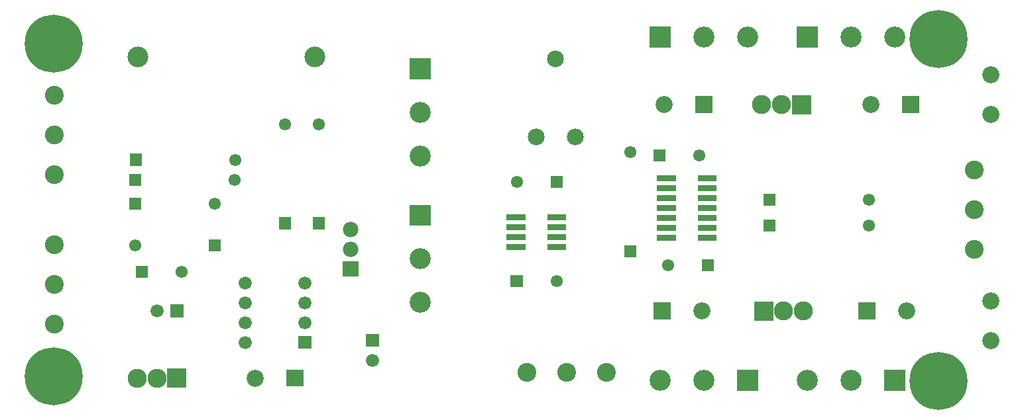
<source format=gbr>
G04 start of page 6 for group -4063 idx -4063 *
G04 Title: (unknown), componentmask *
G04 Creator: pcb 1.99z *
G04 CreationDate: Fri 07 Mar 2014 08:36:24 PM GMT UTC *
G04 For: jpuls *
G04 Format: Gerber/RS-274X *
G04 PCB-Dimensions (mil): 5000.00 2020.00 *
G04 PCB-Coordinate-Origin: lower left *
%MOIN*%
%FSLAX25Y25*%
%LNTOPMASK*%
%ADD82R,0.0300X0.0300*%
%ADD81C,0.2920*%
%ADD80C,0.0847*%
%ADD79C,0.0780*%
%ADD78C,0.0660*%
%ADD77C,0.0960*%
%ADD76C,0.0860*%
%ADD75C,0.0610*%
%ADD74C,0.1060*%
%ADD73C,0.0001*%
%ADD72C,0.1044*%
%ADD71C,0.0946*%
G54D71*X17900Y158400D03*
Y138400D03*
Y118400D03*
X17914Y83061D03*
Y63061D03*
Y43061D03*
G54D72*X60000Y178000D03*
X148976D03*
G54D73*G36*
X196700Y177100D02*Y166500D01*
X207300D01*
Y177100D01*
X196700D01*
G37*
G54D74*X202000Y149900D03*
G54D75*X58723Y82764D03*
G54D73*G36*
X55673Y118814D02*Y112714D01*
X61773D01*
Y118814D01*
X55673D01*
G37*
G36*
Y106814D02*Y100714D01*
X61773D01*
Y106814D01*
X55673D01*
G37*
G54D75*X98723Y103764D03*
X108723Y115764D03*
G54D73*G36*
X55950Y129050D02*Y122950D01*
X62050D01*
Y129050D01*
X55950D01*
G37*
G54D75*X109000Y126000D03*
G54D74*X202000Y128000D03*
G54D73*G36*
X130950Y97050D02*Y90950D01*
X137050D01*
Y97050D01*
X130950D01*
G37*
G54D75*X134000Y144000D03*
G54D73*G36*
X147950Y97050D02*Y90950D01*
X154050D01*
Y97050D01*
X147950D01*
G37*
G54D75*X151000Y144000D03*
G54D73*G36*
X74700Y20800D02*Y11200D01*
X84300D01*
Y20800D01*
X74700D01*
G37*
G54D76*X119000Y16000D03*
G54D77*X69500D03*
X59500D03*
G54D73*G36*
X58939Y72547D02*Y66447D01*
X65039D01*
Y72547D01*
X58939D01*
G37*
G54D75*X81989Y69497D03*
G54D73*G36*
X95673Y85814D02*Y79714D01*
X101773D01*
Y85814D01*
X95673D01*
G37*
G54D78*X114000Y64000D03*
G54D73*G36*
X76423Y53064D02*Y46464D01*
X83023D01*
Y53064D01*
X76423D01*
G37*
G54D78*X69723Y49764D03*
G54D73*G36*
X134700Y20300D02*Y11700D01*
X143300D01*
Y20300D01*
X134700D01*
G37*
G36*
X140700Y37300D02*Y30700D01*
X147300D01*
Y37300D01*
X140700D01*
G37*
G54D78*X144000Y44000D03*
Y54000D03*
Y64000D03*
X114000Y54000D03*
Y44000D03*
Y34000D03*
G54D73*G36*
X174700Y38300D02*Y31700D01*
X181300D01*
Y38300D01*
X174700D01*
G37*
G54D78*X178000Y25000D03*
G54D73*G36*
X163100Y74900D02*Y67100D01*
X170900D01*
Y74900D01*
X163100D01*
G37*
G54D79*X167000Y81000D03*
Y91000D03*
G54D73*G36*
X196700Y103300D02*Y92700D01*
X207300D01*
Y103300D01*
X196700D01*
G37*
G54D74*X202000Y76100D03*
Y54200D03*
G54D71*X255723Y18764D03*
X275723D03*
X295723D03*
G54D74*X322723Y14764D03*
G54D73*G36*
X369923Y54564D02*Y44964D01*
X379523D01*
Y54564D01*
X369923D01*
G37*
G36*
X319423Y54064D02*Y45464D01*
X328023D01*
Y54064D01*
X319423D01*
G37*
G54D76*X343723Y49764D03*
G54D73*G36*
X361223Y20064D02*Y9464D01*
X371823D01*
Y20064D01*
X361223D01*
G37*
G54D74*X344623Y14764D03*
G54D73*G36*
X435223Y20064D02*Y9464D01*
X445823D01*
Y20064D01*
X435223D01*
G37*
G54D74*X418623Y14764D03*
X396723D03*
G54D77*X384723Y49764D03*
G54D73*G36*
X343673Y75814D02*Y69714D01*
X349773D01*
Y75814D01*
X343673D01*
G37*
G54D75*X326723Y72764D03*
G54D76*X489000Y35000D03*
Y55000D03*
G54D77*X394723Y49764D03*
G54D73*G36*
X422423Y54064D02*Y45464D01*
X431023D01*
Y54064D01*
X422423D01*
G37*
G36*
X374673Y95814D02*Y89714D01*
X380773D01*
Y95814D01*
X374673D01*
G37*
G54D76*X428723Y153764D03*
G54D73*G36*
X388923Y158564D02*Y148964D01*
X398523D01*
Y158564D01*
X388923D01*
G37*
G54D77*X383723Y153764D03*
X373723D03*
G54D75*X427723Y105764D03*
G54D71*X480723Y120764D03*
G54D73*G36*
X444423Y158064D02*Y149464D01*
X453023D01*
Y158064D01*
X444423D01*
G37*
G54D74*X344623Y187764D03*
X366523D03*
G54D73*G36*
X391423Y193064D02*Y182464D01*
X402023D01*
Y193064D01*
X391423D01*
G37*
G54D74*X418623Y187764D03*
X440523D03*
G54D71*X480723Y80764D03*
Y100764D03*
G54D76*X446723Y49764D03*
G54D75*X427723Y92764D03*
G54D76*X489000Y149000D03*
Y169000D03*
X324723Y153764D03*
G54D73*G36*
X319173Y131214D02*Y125114D01*
X325273D01*
Y131214D01*
X319173D01*
G37*
G36*
X304673Y82814D02*Y76714D01*
X310773D01*
Y82814D01*
X304673D01*
G37*
G54D75*X307723Y129764D03*
G54D73*G36*
X317423Y193064D02*Y182464D01*
X328023D01*
Y193064D01*
X317423D01*
G37*
G36*
X374673Y108814D02*Y102714D01*
X380773D01*
Y108814D01*
X374673D01*
G37*
G36*
X267673Y117814D02*Y111714D01*
X273773D01*
Y117814D01*
X267673D01*
G37*
G54D75*X250723Y114764D03*
G54D73*G36*
X247438Y67883D02*Y61783D01*
X253538D01*
Y67883D01*
X247438D01*
G37*
G54D75*X270488Y64833D03*
G54D73*G36*
X340423Y158064D02*Y149464D01*
X349023D01*
Y158064D01*
X340423D01*
G37*
G54D75*X342223Y128164D03*
G54D80*X260157Y137630D03*
X279843D03*
X270000Y177000D03*
G54D81*X17500Y184500D03*
Y17000D03*
X462500Y14500D03*
Y187000D03*
G54D82*X322473Y101764D02*X328973D01*
X322473Y96764D02*X328973D01*
X322473Y91764D02*X328973D01*
X322473Y86764D02*X328973D01*
X322473Y116764D02*X328973D01*
X322473Y111764D02*X328973D01*
X322473Y106764D02*X328973D01*
X342973Y86764D02*X349473D01*
X246911Y87076D02*X253411D01*
X246911Y82076D02*X253411D01*
X267411D02*X273911D01*
X267411Y87076D02*X273911D01*
X342973Y91764D02*X349473D01*
X246911Y92076D02*X253411D01*
X267411D02*X273911D01*
X342973Y96764D02*X349473D01*
X246911Y97076D02*X253411D01*
X267411D02*X273911D01*
X342973Y101764D02*X349473D01*
X342973Y106764D02*X349473D01*
X342973Y111764D02*X349473D01*
X342973Y116764D02*X349473D01*
M02*

</source>
